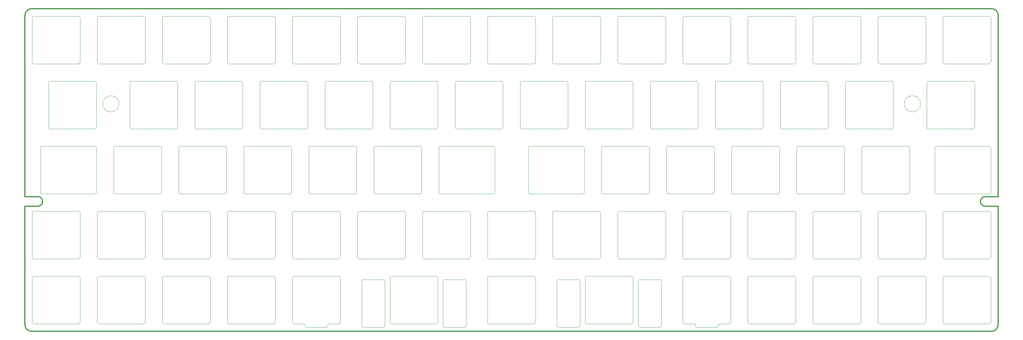
<source format=gbr>
%TF.GenerationSoftware,KiCad,Pcbnew,7.0.10*%
%TF.CreationDate,2024-02-12T08:35:37+01:00*%
%TF.ProjectId,katana60-pro-plate,6b617461-6e61-4363-902d-70726f2d706c,rev?*%
%TF.SameCoordinates,Original*%
%TF.FileFunction,Profile,NP*%
%FSLAX46Y46*%
G04 Gerber Fmt 4.6, Leading zero omitted, Abs format (unit mm)*
G04 Created by KiCad (PCBNEW 7.0.10) date 2024-02-12 08:35:37*
%MOMM*%
%LPD*%
G01*
G04 APERTURE LIST*
%TA.AperFunction,Profile*%
%ADD10C,0.100000*%
%TD*%
%TA.AperFunction,Profile*%
%ADD11C,0.050000*%
%TD*%
%TA.AperFunction,Profile*%
%ADD12C,0.300000*%
%TD*%
G04 APERTURE END LIST*
D10*
X89050000Y-102043750D02*
G75*
G03*
X89050000Y-97281250I0J2381250D01*
G01*
X323781250Y-97281250D02*
G75*
G03*
X323781250Y-102043750I50J-2381250D01*
G01*
X89050000Y-97281250D02*
G75*
G03*
X89050000Y-102043750I0J-2381250D01*
G01*
X323781250Y-102043750D02*
G75*
G03*
X323781250Y-97281250I50J2381250D01*
G01*
D11*
%TO.C,MX45*%
X346725000Y-112562500D02*
X346725000Y-125562500D01*
X346225000Y-126062500D02*
X330843750Y-126062500D01*
X330843750Y-112062500D02*
X346225000Y-112062500D01*
X330343750Y-125562500D02*
X330343750Y-112562500D01*
X346725000Y-112562500D02*
G75*
G03*
X346225000Y-112062500I-500001J-1D01*
G01*
X346222236Y-126061384D02*
G75*
G03*
X346722236Y-125561384I-1J500001D01*
G01*
X330843750Y-112062500D02*
G75*
G03*
X330343750Y-112562500I0J-500000D01*
G01*
X330343750Y-125562500D02*
G75*
G03*
X330843750Y-126062500I500000J0D01*
G01*
%TO.C,MX31*%
X84787500Y-112562500D02*
X84787500Y-125562500D01*
X84287500Y-126062500D02*
X68906250Y-126062500D01*
X68906250Y-112062500D02*
X84287500Y-112062500D01*
X68406250Y-125562500D02*
X68406250Y-112562500D01*
X84787500Y-112562500D02*
G75*
G03*
X84287500Y-112062500I-500001J-1D01*
G01*
X84284736Y-126061384D02*
G75*
G03*
X84784736Y-125561384I-1J500001D01*
G01*
X68906250Y-112062500D02*
G75*
G03*
X68406250Y-112562500I0J-500000D01*
G01*
X68406250Y-125562500D02*
G75*
G03*
X68906250Y-126062500I500000J0D01*
G01*
%TO.C,MX39_2*%
X227662500Y-112562500D02*
X227662500Y-125562500D01*
X227162500Y-126062500D02*
X211781250Y-126062500D01*
X211781250Y-112062500D02*
X227162500Y-112062500D01*
X211281250Y-125562500D02*
X211281250Y-112562500D01*
X227662500Y-112562500D02*
G75*
G03*
X227162500Y-112062500I-500001J-1D01*
G01*
X227159736Y-126061384D02*
G75*
G03*
X227659736Y-125561384I-1J500001D01*
G01*
X211781250Y-112062500D02*
G75*
G03*
X211281250Y-112562500I0J-500000D01*
G01*
X211281250Y-125562500D02*
G75*
G03*
X211781250Y-126062500I500000J0D01*
G01*
%TO.C,MX37_2*%
X185087500Y-125562500D02*
X185087500Y-112562500D01*
X185587500Y-112062500D02*
X200968750Y-112062500D01*
X200968750Y-126062500D02*
X185587500Y-126062500D01*
X201468750Y-112562500D02*
X201468750Y-125562500D01*
X185087500Y-125562500D02*
G75*
G03*
X185587500Y-126062500I500001J1D01*
G01*
X185590264Y-112063616D02*
G75*
G03*
X185090264Y-112563616I1J-500001D01*
G01*
X200968750Y-126062500D02*
G75*
G03*
X201468750Y-125562500I0J500000D01*
G01*
X201468750Y-112562500D02*
G75*
G03*
X200968750Y-112062500I-500000J0D01*
G01*
%TO.C,S3*%
X142225000Y-150662500D02*
X142225000Y-163662500D01*
X142727764Y-164161384D02*
X145850000Y-164162500D01*
X145850000Y-164162500D02*
X145850000Y-164662501D01*
X146350000Y-165162501D02*
X152100000Y-165162501D01*
X152600000Y-164162500D02*
X152600000Y-164662501D01*
X152600000Y-164162500D02*
X155725000Y-164162500D01*
X155725000Y-150162500D02*
X142725000Y-150162500D01*
X156225000Y-163662500D02*
X156225000Y-150662500D01*
X199375000Y-150662500D02*
X199375000Y-163662500D01*
X199875000Y-164162500D02*
X212875000Y-164162500D01*
X212875000Y-150162500D02*
X199875000Y-150162500D01*
X213375000Y-163662500D02*
X213375000Y-150662500D01*
X256525000Y-150662500D02*
X256525000Y-163662500D01*
X257027764Y-164161384D02*
X260150605Y-164162500D01*
X260150605Y-164162500D02*
X260150605Y-164662501D01*
X260650605Y-165162501D02*
X266400605Y-165162501D01*
X266899394Y-164162500D02*
X266900605Y-164662501D01*
X266899394Y-164162500D02*
X270025000Y-164162500D01*
X270025000Y-150162500D02*
X257025000Y-150162500D01*
X270525000Y-163662500D02*
X270525000Y-150662500D01*
X142725000Y-150162500D02*
G75*
G03*
X142225000Y-150662500I1J-500001D01*
G01*
X142227764Y-163661384D02*
G75*
G03*
X142727764Y-164161384I500001J1D01*
G01*
X145850000Y-164662501D02*
G75*
G03*
X146350000Y-165162501I500001J1D01*
G01*
X152100000Y-165162501D02*
G75*
G03*
X152600000Y-164662501I-1J500001D01*
G01*
X156225000Y-150662500D02*
G75*
G03*
X155725000Y-150162500I-500001J-1D01*
G01*
X155725000Y-164162500D02*
G75*
G03*
X156225000Y-163662500I-1J500001D01*
G01*
X199875000Y-150162500D02*
G75*
G03*
X199375000Y-150662500I1J-500001D01*
G01*
X199377764Y-163661384D02*
G75*
G03*
X199877764Y-164161384I500001J1D01*
G01*
X213375000Y-150662500D02*
G75*
G03*
X212875000Y-150162500I-500000J0D01*
G01*
X212875000Y-164162500D02*
G75*
G03*
X213375000Y-163662500I0J500000D01*
G01*
X257025000Y-150162500D02*
G75*
G03*
X256525000Y-150662500I0J-500000D01*
G01*
X256527816Y-163661384D02*
G75*
G03*
X257027764Y-164161384I499984J-16D01*
G01*
X260150599Y-164662501D02*
G75*
G03*
X260650605Y-165162501I500001J1D01*
G01*
X266400605Y-165162505D02*
G75*
G03*
X266900605Y-164662501I-5J500005D01*
G01*
X270525000Y-150662500D02*
G75*
G03*
X270025000Y-150162500I-500000J0D01*
G01*
X270025000Y-164162500D02*
G75*
G03*
X270525000Y-163662500I0J500000D01*
G01*
%TO.C,S2*%
X219668750Y-151662501D02*
X219668750Y-164662501D01*
X220168750Y-151162501D02*
X225918750Y-151162501D01*
X220168750Y-165162501D02*
X225918750Y-165162501D01*
X226418750Y-151662501D02*
X226418750Y-164662501D01*
X227950000Y-150662500D02*
X227950000Y-163662500D01*
X228450000Y-164162500D02*
X241450000Y-164162500D01*
X241450000Y-150162500D02*
X228450000Y-150162500D01*
X241950000Y-163662500D02*
X241950000Y-150662500D01*
X243481250Y-151662501D02*
X243481250Y-164662501D01*
X243981250Y-151162501D02*
X249730039Y-151162501D01*
X243981250Y-165162501D02*
X249731250Y-165162501D01*
X250230039Y-151662501D02*
X250231250Y-164662501D01*
X220168750Y-151162501D02*
G75*
G03*
X219668750Y-151662501I1J-500001D01*
G01*
X219668750Y-164662501D02*
G75*
G03*
X220168750Y-165162501I500001J1D01*
G01*
X226418750Y-151662501D02*
G75*
G03*
X225918750Y-151162501I-500001J-1D01*
G01*
X225918750Y-165162501D02*
G75*
G03*
X226418750Y-164662501I-1J500001D01*
G01*
X228450000Y-150162500D02*
G75*
G03*
X227950000Y-150662500I1J-500001D01*
G01*
X227952764Y-163661384D02*
G75*
G03*
X228452764Y-164161384I500001J1D01*
G01*
X241950000Y-150662500D02*
G75*
G03*
X241450000Y-150162500I-500000J0D01*
G01*
X241450000Y-164162500D02*
G75*
G03*
X241950000Y-163662500I0J500000D01*
G01*
X243981250Y-151162450D02*
G75*
G03*
X243481250Y-151662501I50J-500050D01*
G01*
X243481299Y-164662501D02*
G75*
G03*
X243981250Y-165162501I500001J1D01*
G01*
X250229999Y-151662501D02*
G75*
G03*
X249730039Y-151162501I-499999J1D01*
G01*
X249731250Y-165162550D02*
G75*
G03*
X250231250Y-164662501I-50J500050D01*
G01*
%TO.C,S1*%
X162518750Y-151662501D02*
X162518750Y-164662501D01*
X163018750Y-151162501D02*
X168768750Y-151162501D01*
X163018750Y-165162501D02*
X168768750Y-165162501D01*
X169268750Y-151662501D02*
X169268750Y-164662501D01*
X170800000Y-150662500D02*
X170800000Y-163662500D01*
X171300000Y-164162500D02*
X184300000Y-164162500D01*
X184300000Y-150162500D02*
X171300000Y-150162500D01*
X184800000Y-163662500D02*
X184800000Y-150662500D01*
X186331250Y-151662501D02*
X186331250Y-164662501D01*
X186831250Y-151162501D02*
X192580039Y-151162501D01*
X186831250Y-165162501D02*
X192581250Y-165162501D01*
X193080039Y-151662501D02*
X193081250Y-164662501D01*
X163018750Y-151162501D02*
G75*
G03*
X162518750Y-151662501I1J-500001D01*
G01*
X162518750Y-164662501D02*
G75*
G03*
X163018750Y-165162501I500001J1D01*
G01*
X169268750Y-151662501D02*
G75*
G03*
X168768750Y-151162501I-500001J-1D01*
G01*
X168768750Y-165162501D02*
G75*
G03*
X169268750Y-164662501I-1J500001D01*
G01*
X171300000Y-150162500D02*
G75*
G03*
X170800000Y-150662500I1J-500001D01*
G01*
X170802764Y-163661384D02*
G75*
G03*
X171302764Y-164161384I500001J1D01*
G01*
X184800000Y-150662500D02*
G75*
G03*
X184300000Y-150162500I-500000J0D01*
G01*
X184300000Y-164162500D02*
G75*
G03*
X184800000Y-163662500I0J500000D01*
G01*
X186831250Y-151162450D02*
G75*
G03*
X186331250Y-151662501I50J-500050D01*
G01*
X186331299Y-164662501D02*
G75*
G03*
X186831250Y-165162501I500001J1D01*
G01*
X193079999Y-151662501D02*
G75*
G03*
X192580039Y-151162501I-499999J1D01*
G01*
X192581250Y-165162550D02*
G75*
G03*
X193081250Y-164662501I-50J500050D01*
G01*
D12*
%TO.C,REF\u002A\u002A*%
X63875000Y-126862500D02*
X63875000Y-73762500D01*
X63875000Y-129662500D02*
X67675000Y-129662500D01*
X63875000Y-164362500D02*
X63875000Y-129662500D01*
X65875000Y-71762500D02*
X77525000Y-71762500D01*
X65875000Y-166362500D02*
X346875000Y-166362500D01*
X67675000Y-126862500D02*
X63875000Y-126862500D01*
X345075000Y-126862500D02*
X348875000Y-126862500D01*
X345075000Y-129662500D02*
X348875000Y-129662500D01*
X346875000Y-71762500D02*
X77525000Y-71762500D01*
X348875000Y-126862500D02*
X348875000Y-73762500D01*
X348875000Y-129662500D02*
X348875000Y-164362500D01*
X65875000Y-71762500D02*
G75*
G03*
X63875000Y-73762500I-1J-1999999D01*
G01*
X63875000Y-164362500D02*
G75*
G03*
X65875000Y-166362500I1999999J-1D01*
G01*
X69075000Y-128262500D02*
G75*
G03*
X67675000Y-126862500I-1400002J-2D01*
G01*
X67675000Y-129662500D02*
G75*
G03*
X69075000Y-128262500I-2J1400002D01*
G01*
X345075000Y-126862500D02*
G75*
G03*
X343675000Y-128262500I0J-1400000D01*
G01*
X343675000Y-128262500D02*
G75*
G03*
X345075000Y-129662500I1400000J0D01*
G01*
X348875000Y-73762500D02*
G75*
G03*
X346875000Y-71762500I-2000000J0D01*
G01*
X346875000Y-166362500D02*
G75*
G03*
X348875000Y-164362500I0J2000000D01*
G01*
D11*
%TO.C,MX56*%
X270525000Y-131612500D02*
X270525000Y-144612500D01*
X270025000Y-145112500D02*
X257025000Y-145112500D01*
X257025000Y-131112500D02*
X270025000Y-131112500D01*
X256525000Y-144612500D02*
X256525000Y-131612500D01*
X270022236Y-145111384D02*
G75*
G03*
X270522236Y-144611384I-1J500001D01*
G01*
X270525000Y-131612500D02*
G75*
G03*
X270025000Y-131112500I-500001J-1D01*
G01*
X256525000Y-144612500D02*
G75*
G03*
X257025000Y-145112500I500000J0D01*
G01*
X257025000Y-131112500D02*
G75*
G03*
X256525000Y-131612500I0J-500000D01*
G01*
%TO.C,MX73*%
X308625000Y-150662500D02*
X308625000Y-163662500D01*
X308125000Y-164162500D02*
X295125000Y-164162500D01*
X295125000Y-150162500D02*
X308125000Y-150162500D01*
X294625000Y-163662500D02*
X294625000Y-150662500D01*
X308122236Y-164161384D02*
G75*
G03*
X308622236Y-163661384I-1J500001D01*
G01*
X308625000Y-150662500D02*
G75*
G03*
X308125000Y-150162500I-500001J-1D01*
G01*
X294625000Y-163662500D02*
G75*
G03*
X295125000Y-164162500I500000J0D01*
G01*
X295125000Y-150162500D02*
G75*
G03*
X294625000Y-150662500I0J-500000D01*
G01*
%TO.C,MX19*%
X146700000Y-93512500D02*
X146700000Y-106512500D01*
X146200000Y-107012500D02*
X133200000Y-107012500D01*
X133200000Y-93012500D02*
X146200000Y-93012500D01*
X132700000Y-106512500D02*
X132700000Y-93512500D01*
X146197236Y-107011384D02*
G75*
G03*
X146697236Y-106511384I-1J500001D01*
G01*
X146700000Y-93512500D02*
G75*
G03*
X146200000Y-93012500I-500001J-1D01*
G01*
X132700000Y-106512500D02*
G75*
G03*
X133200000Y-107012500I500000J0D01*
G01*
X133200000Y-93012500D02*
G75*
G03*
X132700000Y-93512500I0J-500000D01*
G01*
%TO.C,MX5*%
X156225000Y-74462500D02*
X156225000Y-87462500D01*
X155725000Y-87962500D02*
X142725000Y-87962500D01*
X142725000Y-73962500D02*
X155725000Y-73962500D01*
X142225000Y-87462500D02*
X142225000Y-74462500D01*
X155722236Y-87961384D02*
G75*
G03*
X156222236Y-87461384I-1J500001D01*
G01*
X156225000Y-74462500D02*
G75*
G03*
X155725000Y-73962500I-500001J-1D01*
G01*
X142225000Y-87462500D02*
G75*
G03*
X142725000Y-87962500I500000J0D01*
G01*
X142725000Y-73962500D02*
G75*
G03*
X142225000Y-74462500I0J-500000D01*
G01*
%TO.C,MX16*%
X84787500Y-93512500D02*
X84787500Y-106512500D01*
X84287500Y-107012500D02*
X71287500Y-107012500D01*
X71287500Y-93012500D02*
X84287500Y-93012500D01*
X70787500Y-106512500D02*
X70787500Y-93512500D01*
X84284736Y-107011384D02*
G75*
G03*
X84784736Y-106511384I-1J500001D01*
G01*
X84787500Y-93512500D02*
G75*
G03*
X84287500Y-93012500I-500001J-1D01*
G01*
X70787500Y-106512500D02*
G75*
G03*
X71287500Y-107012500I500000J0D01*
G01*
X71287500Y-93012500D02*
G75*
G03*
X70787500Y-93512500I0J-500000D01*
G01*
%TO.C,MX51*%
X175275000Y-131612500D02*
X175275000Y-144612500D01*
X174775000Y-145112500D02*
X161775000Y-145112500D01*
X161775000Y-131112500D02*
X174775000Y-131112500D01*
X161275000Y-144612500D02*
X161275000Y-131612500D01*
X174772236Y-145111384D02*
G75*
G03*
X175272236Y-144611384I-1J500001D01*
G01*
X175275000Y-131612500D02*
G75*
G03*
X174775000Y-131112500I-500001J-1D01*
G01*
X161275000Y-144612500D02*
G75*
G03*
X161775000Y-145112500I500000J0D01*
G01*
X161775000Y-131112500D02*
G75*
G03*
X161275000Y-131612500I0J-500000D01*
G01*
%TO.C,MX40*%
X246712500Y-112562500D02*
X246712500Y-125562500D01*
X246212500Y-126062500D02*
X233212500Y-126062500D01*
X233212500Y-112062500D02*
X246212500Y-112062500D01*
X232712500Y-125562500D02*
X232712500Y-112562500D01*
X246209736Y-126061384D02*
G75*
G03*
X246709736Y-125561384I-1J500001D01*
G01*
X246712500Y-112562500D02*
G75*
G03*
X246212500Y-112062500I-500001J-1D01*
G01*
X232712500Y-125562500D02*
G75*
G03*
X233212500Y-126062500I500000J0D01*
G01*
X233212500Y-112062500D02*
G75*
G03*
X232712500Y-112562500I0J-500000D01*
G01*
%TO.C,MX8*%
X213375000Y-74462500D02*
X213375000Y-87462500D01*
X212875000Y-87962500D02*
X199875000Y-87962500D01*
X199875000Y-73962500D02*
X212875000Y-73962500D01*
X199375000Y-87462500D02*
X199375000Y-74462500D01*
X212872236Y-87961384D02*
G75*
G03*
X213372236Y-87461384I-1J500001D01*
G01*
X213375000Y-74462500D02*
G75*
G03*
X212875000Y-73962500I-500001J-1D01*
G01*
X199375000Y-87462500D02*
G75*
G03*
X199875000Y-87962500I500000J0D01*
G01*
X199875000Y-73962500D02*
G75*
G03*
X199375000Y-74462500I0J-500000D01*
G01*
%TO.C,MX7*%
X194325000Y-74462500D02*
X194325000Y-87462500D01*
X193825000Y-87962500D02*
X180825000Y-87962500D01*
X180825000Y-73962500D02*
X193825000Y-73962500D01*
X180325000Y-87462500D02*
X180325000Y-74462500D01*
X193822236Y-87961384D02*
G75*
G03*
X194322236Y-87461384I-1J500001D01*
G01*
X194325000Y-74462500D02*
G75*
G03*
X193825000Y-73962500I-500001J-1D01*
G01*
X180325000Y-87462500D02*
G75*
G03*
X180825000Y-87962500I500000J0D01*
G01*
X180825000Y-73962500D02*
G75*
G03*
X180325000Y-74462500I0J-500000D01*
G01*
%TO.C,MX26*%
X261000000Y-93512500D02*
X261000000Y-106512500D01*
X260500000Y-107012500D02*
X247500000Y-107012500D01*
X247500000Y-93012500D02*
X260500000Y-93012500D01*
X247000000Y-106512500D02*
X247000000Y-93512500D01*
X260497236Y-107011384D02*
G75*
G03*
X260997236Y-106511384I-1J500001D01*
G01*
X261000000Y-93512500D02*
G75*
G03*
X260500000Y-93012500I-500001J-1D01*
G01*
X247000000Y-106512500D02*
G75*
G03*
X247500000Y-107012500I500000J0D01*
G01*
X247500000Y-93012500D02*
G75*
G03*
X247000000Y-93512500I0J-500000D01*
G01*
%TO.C,MX41*%
X265762500Y-112562500D02*
X265762500Y-125562500D01*
X265262500Y-126062500D02*
X252262500Y-126062500D01*
X252262500Y-112062500D02*
X265262500Y-112062500D01*
X251762500Y-125562500D02*
X251762500Y-112562500D01*
X265259736Y-126061384D02*
G75*
G03*
X265759736Y-125561384I-1J500001D01*
G01*
X265762500Y-112562500D02*
G75*
G03*
X265262500Y-112062500I-500001J-1D01*
G01*
X251762500Y-125562500D02*
G75*
G03*
X252262500Y-126062500I500000J0D01*
G01*
X252262500Y-112062500D02*
G75*
G03*
X251762500Y-112562500I0J-500000D01*
G01*
%TO.C,MX48*%
X118125000Y-131612500D02*
X118125000Y-144612500D01*
X117625000Y-145112500D02*
X104625000Y-145112500D01*
X104625000Y-131112500D02*
X117625000Y-131112500D01*
X104125000Y-144612500D02*
X104125000Y-131612500D01*
X117622236Y-145111384D02*
G75*
G03*
X118122236Y-144611384I-1J500001D01*
G01*
X118125000Y-131612500D02*
G75*
G03*
X117625000Y-131112500I-500001J-1D01*
G01*
X104125000Y-144612500D02*
G75*
G03*
X104625000Y-145112500I500000J0D01*
G01*
X104625000Y-131112500D02*
G75*
G03*
X104125000Y-131612500I0J-500000D01*
G01*
%TO.C,MX22*%
X203850000Y-93512500D02*
X203850000Y-106512500D01*
X203350000Y-107012500D02*
X190350000Y-107012500D01*
X190350000Y-93012500D02*
X203350000Y-93012500D01*
X189850000Y-106512500D02*
X189850000Y-93512500D01*
X203347236Y-107011384D02*
G75*
G03*
X203847236Y-106511384I-1J500001D01*
G01*
X203850000Y-93512500D02*
G75*
G03*
X203350000Y-93012500I-500001J-1D01*
G01*
X189850000Y-106512500D02*
G75*
G03*
X190350000Y-107012500I500000J0D01*
G01*
X190350000Y-93012500D02*
G75*
G03*
X189850000Y-93512500I0J-500000D01*
G01*
%TO.C,MX35*%
X160987500Y-112562500D02*
X160987500Y-125562500D01*
X160487500Y-126062500D02*
X147487500Y-126062500D01*
X147487500Y-112062500D02*
X160487500Y-112062500D01*
X146987500Y-125562500D02*
X146987500Y-112562500D01*
X160484736Y-126061384D02*
G75*
G03*
X160984736Y-125561384I-1J500001D01*
G01*
X160987500Y-112562500D02*
G75*
G03*
X160487500Y-112062500I-500001J-1D01*
G01*
X146987500Y-125562500D02*
G75*
G03*
X147487500Y-126062500I500000J0D01*
G01*
X147487500Y-112062500D02*
G75*
G03*
X146987500Y-112562500I0J-500000D01*
G01*
%TO.C,MX32*%
X103837500Y-112562500D02*
X103837500Y-125562500D01*
X103337500Y-126062500D02*
X90337500Y-126062500D01*
X90337500Y-112062500D02*
X103337500Y-112062500D01*
X89837500Y-125562500D02*
X89837500Y-112562500D01*
X103334736Y-126061384D02*
G75*
G03*
X103834736Y-125561384I-1J500001D01*
G01*
X103837500Y-112562500D02*
G75*
G03*
X103337500Y-112062500I-500001J-1D01*
G01*
X89837500Y-125562500D02*
G75*
G03*
X90337500Y-126062500I500000J0D01*
G01*
X90337500Y-112062500D02*
G75*
G03*
X89837500Y-112562500I0J-500000D01*
G01*
%TO.C,MX2*%
X85075000Y-87462500D02*
X85075000Y-74462500D01*
X85575000Y-73962500D02*
X98575000Y-73962500D01*
X98575000Y-87962500D02*
X85575000Y-87962500D01*
X99075000Y-74462500D02*
X99075000Y-87462500D01*
X85577764Y-73963616D02*
G75*
G03*
X85077764Y-74463616I1J-500001D01*
G01*
X85075000Y-87462500D02*
G75*
G03*
X85575000Y-87962500I500001J1D01*
G01*
X99075000Y-74462500D02*
G75*
G03*
X98575000Y-73962500I-500000J0D01*
G01*
X98575000Y-87962500D02*
G75*
G03*
X99075000Y-87462500I0J500000D01*
G01*
%TO.C,MX14*%
X327675000Y-74462500D02*
X327675000Y-87462500D01*
X327175000Y-87962500D02*
X314175000Y-87962500D01*
X314175000Y-73962500D02*
X327175000Y-73962500D01*
X313675000Y-87462500D02*
X313675000Y-74462500D01*
X327172236Y-87961384D02*
G75*
G03*
X327672236Y-87461384I-1J500001D01*
G01*
X327675000Y-74462500D02*
G75*
G03*
X327175000Y-73962500I-500001J-1D01*
G01*
X313675000Y-87462500D02*
G75*
G03*
X314175000Y-87962500I500000J0D01*
G01*
X314175000Y-73962500D02*
G75*
G03*
X313675000Y-74462500I0J-500000D01*
G01*
%TO.C,MX54*%
X232425000Y-131612500D02*
X232425000Y-144612500D01*
X231925000Y-145112500D02*
X218925000Y-145112500D01*
X218925000Y-131112500D02*
X231925000Y-131112500D01*
X218425000Y-144612500D02*
X218425000Y-131612500D01*
X231922236Y-145111384D02*
G75*
G03*
X232422236Y-144611384I-1J500001D01*
G01*
X232425000Y-131612500D02*
G75*
G03*
X231925000Y-131112500I-500001J-1D01*
G01*
X218425000Y-144612500D02*
G75*
G03*
X218925000Y-145112500I500000J0D01*
G01*
X218925000Y-131112500D02*
G75*
G03*
X218425000Y-131612500I0J-500000D01*
G01*
%TO.C,MX10*%
X251475000Y-74462500D02*
X251475000Y-87462500D01*
X250975000Y-87962500D02*
X237975000Y-87962500D01*
X237975000Y-73962500D02*
X250975000Y-73962500D01*
X237475000Y-87462500D02*
X237475000Y-74462500D01*
X250972236Y-87961384D02*
G75*
G03*
X251472236Y-87461384I-1J500001D01*
G01*
X251475000Y-74462500D02*
G75*
G03*
X250975000Y-73962500I-500001J-1D01*
G01*
X237475000Y-87462500D02*
G75*
G03*
X237975000Y-87962500I500000J0D01*
G01*
X237975000Y-73962500D02*
G75*
G03*
X237475000Y-74462500I0J-500000D01*
G01*
%TO.C,MX20*%
X165750000Y-93512500D02*
X165750000Y-106512500D01*
X165250000Y-107012500D02*
X152250000Y-107012500D01*
X152250000Y-93012500D02*
X165250000Y-93012500D01*
X151750000Y-106512500D02*
X151750000Y-93512500D01*
X165247236Y-107011384D02*
G75*
G03*
X165747236Y-106511384I-1J500001D01*
G01*
X165750000Y-93512500D02*
G75*
G03*
X165250000Y-93012500I-500001J-1D01*
G01*
X151750000Y-106512500D02*
G75*
G03*
X152250000Y-107012500I500000J0D01*
G01*
X152250000Y-93012500D02*
G75*
G03*
X151750000Y-93512500I0J-500000D01*
G01*
%TO.C,MX42*%
X284812500Y-112562500D02*
X284812500Y-125562500D01*
X284312500Y-126062500D02*
X271312500Y-126062500D01*
X271312500Y-112062500D02*
X284312500Y-112062500D01*
X270812500Y-125562500D02*
X270812500Y-112562500D01*
X284309736Y-126061384D02*
G75*
G03*
X284809736Y-125561384I-1J500001D01*
G01*
X284812500Y-112562500D02*
G75*
G03*
X284312500Y-112062500I-500001J-1D01*
G01*
X270812500Y-125562500D02*
G75*
G03*
X271312500Y-126062500I500000J0D01*
G01*
X271312500Y-112062500D02*
G75*
G03*
X270812500Y-112562500I0J-500000D01*
G01*
%TO.C,MX24*%
X222900000Y-93512500D02*
X222900000Y-106512500D01*
X222400000Y-107012500D02*
X209400000Y-107012500D01*
X209400000Y-93012500D02*
X222400000Y-93012500D01*
X208900000Y-106512500D02*
X208900000Y-93512500D01*
X222397236Y-107011384D02*
G75*
G03*
X222897236Y-106511384I-1J500001D01*
G01*
X222900000Y-93512500D02*
G75*
G03*
X222400000Y-93012500I-500001J-1D01*
G01*
X208900000Y-106512500D02*
G75*
G03*
X209400000Y-107012500I500000J0D01*
G01*
X209400000Y-93012500D02*
G75*
G03*
X208900000Y-93512500I0J-500000D01*
G01*
%TO.C,MX12*%
X289575000Y-74462500D02*
X289575000Y-87462500D01*
X289075000Y-87962500D02*
X276075000Y-87962500D01*
X276075000Y-73962500D02*
X289075000Y-73962500D01*
X275575000Y-87462500D02*
X275575000Y-74462500D01*
X289072236Y-87961384D02*
G75*
G03*
X289572236Y-87461384I-1J500001D01*
G01*
X289575000Y-74462500D02*
G75*
G03*
X289075000Y-73962500I-500001J-1D01*
G01*
X275575000Y-87462500D02*
G75*
G03*
X276075000Y-87962500I500000J0D01*
G01*
X276075000Y-73962500D02*
G75*
G03*
X275575000Y-74462500I0J-500000D01*
G01*
%TO.C,MX46*%
X80025000Y-131612500D02*
X80025000Y-144612500D01*
X79525000Y-145112500D02*
X66525000Y-145112500D01*
X66525000Y-131112500D02*
X79525000Y-131112500D01*
X66025000Y-144612500D02*
X66025000Y-131612500D01*
X79522236Y-145111384D02*
G75*
G03*
X80022236Y-144611384I-1J500001D01*
G01*
X80025000Y-131612500D02*
G75*
G03*
X79525000Y-131112500I-500001J-1D01*
G01*
X66025000Y-144612500D02*
G75*
G03*
X66525000Y-145112500I500000J0D01*
G01*
X66525000Y-131112500D02*
G75*
G03*
X66025000Y-131612500I0J-500000D01*
G01*
%TO.C,MX15*%
X346725000Y-74462500D02*
X346725000Y-87462500D01*
X346225000Y-87962500D02*
X333225000Y-87962500D01*
X333225000Y-73962500D02*
X346225000Y-73962500D01*
X332725000Y-87462500D02*
X332725000Y-74462500D01*
X346222236Y-87961384D02*
G75*
G03*
X346722236Y-87461384I-1J500001D01*
G01*
X346725000Y-74462500D02*
G75*
G03*
X346225000Y-73962500I-500001J-1D01*
G01*
X332725000Y-87462500D02*
G75*
G03*
X333225000Y-87962500I500000J0D01*
G01*
X333225000Y-73962500D02*
G75*
G03*
X332725000Y-74462500I0J-500000D01*
G01*
%TO.C,MX50*%
X156225000Y-131612500D02*
X156225000Y-144612500D01*
X155725000Y-145112500D02*
X142725000Y-145112500D01*
X142725000Y-131112500D02*
X155725000Y-131112500D01*
X142225000Y-144612500D02*
X142225000Y-131612500D01*
X155722236Y-145111384D02*
G75*
G03*
X156222236Y-144611384I-1J500001D01*
G01*
X156225000Y-131612500D02*
G75*
G03*
X155725000Y-131112500I-500001J-1D01*
G01*
X142225000Y-144612500D02*
G75*
G03*
X142725000Y-145112500I500000J0D01*
G01*
X142725000Y-131112500D02*
G75*
G03*
X142225000Y-131612500I0J-500000D01*
G01*
%TO.C,MX1*%
X66025000Y-87462500D02*
X66025000Y-74462500D01*
X66525000Y-73962500D02*
X79525000Y-73962500D01*
X79525000Y-87962500D02*
X66525000Y-87962500D01*
X80025000Y-74462500D02*
X80025000Y-87462500D01*
X66527764Y-73963616D02*
G75*
G03*
X66027764Y-74463616I1J-500001D01*
G01*
X66025000Y-87462500D02*
G75*
G03*
X66525000Y-87962500I500001J1D01*
G01*
X80025000Y-74462500D02*
G75*
G03*
X79525000Y-73962500I-500000J0D01*
G01*
X79525000Y-87962500D02*
G75*
G03*
X80025000Y-87462500I0J500000D01*
G01*
%TO.C,MX29*%
X318150000Y-93512500D02*
X318150000Y-106512500D01*
X317650000Y-107012500D02*
X304650000Y-107012500D01*
X304650000Y-93012500D02*
X317650000Y-93012500D01*
X304150000Y-106512500D02*
X304150000Y-93512500D01*
X317647236Y-107011384D02*
G75*
G03*
X318147236Y-106511384I-1J500001D01*
G01*
X318150000Y-93512500D02*
G75*
G03*
X317650000Y-93012500I-500001J-1D01*
G01*
X304150000Y-106512500D02*
G75*
G03*
X304650000Y-107012500I500000J0D01*
G01*
X304650000Y-93012500D02*
G75*
G03*
X304150000Y-93512500I0J-500000D01*
G01*
%TO.C,MX57*%
X289575000Y-131612500D02*
X289575000Y-144612500D01*
X289075000Y-145112500D02*
X276075000Y-145112500D01*
X276075000Y-131112500D02*
X289075000Y-131112500D01*
X275575000Y-144612500D02*
X275575000Y-131612500D01*
X289072236Y-145111384D02*
G75*
G03*
X289572236Y-144611384I-1J500001D01*
G01*
X289575000Y-131612500D02*
G75*
G03*
X289075000Y-131112500I-500001J-1D01*
G01*
X275575000Y-144612500D02*
G75*
G03*
X276075000Y-145112500I500000J0D01*
G01*
X276075000Y-131112500D02*
G75*
G03*
X275575000Y-131612500I0J-500000D01*
G01*
%TO.C,MX18*%
X127650000Y-93512500D02*
X127650000Y-106512500D01*
X127150000Y-107012500D02*
X114150000Y-107012500D01*
X114150000Y-93012500D02*
X127150000Y-93012500D01*
X113650000Y-106512500D02*
X113650000Y-93512500D01*
X127147236Y-107011384D02*
G75*
G03*
X127647236Y-106511384I-1J500001D01*
G01*
X127650000Y-93512500D02*
G75*
G03*
X127150000Y-93012500I-500001J-1D01*
G01*
X113650000Y-106512500D02*
G75*
G03*
X114150000Y-107012500I500000J0D01*
G01*
X114150000Y-93012500D02*
G75*
G03*
X113650000Y-93512500I0J-500000D01*
G01*
%TO.C,MX44*%
X322912500Y-112562500D02*
X322912500Y-125562500D01*
X322412500Y-126062500D02*
X309412500Y-126062500D01*
X309412500Y-112062500D02*
X322412500Y-112062500D01*
X308912500Y-125562500D02*
X308912500Y-112562500D01*
X322409736Y-126061384D02*
G75*
G03*
X322909736Y-125561384I-1J500001D01*
G01*
X322912500Y-112562500D02*
G75*
G03*
X322412500Y-112062500I-500001J-1D01*
G01*
X308912500Y-125562500D02*
G75*
G03*
X309412500Y-126062500I500000J0D01*
G01*
X309412500Y-112062500D02*
G75*
G03*
X308912500Y-112562500I0J-500000D01*
G01*
%TO.C,MX21*%
X184800000Y-93512500D02*
X184800000Y-106512500D01*
X184300000Y-107012500D02*
X171300000Y-107012500D01*
X171300000Y-93012500D02*
X184300000Y-93012500D01*
X170800000Y-106512500D02*
X170800000Y-93512500D01*
X184297236Y-107011384D02*
G75*
G03*
X184797236Y-106511384I-1J500001D01*
G01*
X184800000Y-93512500D02*
G75*
G03*
X184300000Y-93012500I-500001J-1D01*
G01*
X170800000Y-106512500D02*
G75*
G03*
X171300000Y-107012500I500000J0D01*
G01*
X171300000Y-93012500D02*
G75*
G03*
X170800000Y-93512500I0J-500000D01*
G01*
%TO.C,MX59*%
X327675000Y-131612500D02*
X327675000Y-144612500D01*
X327175000Y-145112500D02*
X314175000Y-145112500D01*
X314175000Y-131112500D02*
X327175000Y-131112500D01*
X313675000Y-144612500D02*
X313675000Y-131612500D01*
X327172236Y-145111384D02*
G75*
G03*
X327672236Y-144611384I-1J500001D01*
G01*
X327675000Y-131612500D02*
G75*
G03*
X327175000Y-131112500I-500001J-1D01*
G01*
X313675000Y-144612500D02*
G75*
G03*
X314175000Y-145112500I500000J0D01*
G01*
X314175000Y-131112500D02*
G75*
G03*
X313675000Y-131612500I0J-500000D01*
G01*
%TO.C,MX43*%
X303862500Y-112562500D02*
X303862500Y-125562500D01*
X303362500Y-126062500D02*
X290362500Y-126062500D01*
X290362500Y-112062500D02*
X303362500Y-112062500D01*
X289862500Y-125562500D02*
X289862500Y-112562500D01*
X303359736Y-126061384D02*
G75*
G03*
X303859736Y-125561384I-1J500001D01*
G01*
X303862500Y-112562500D02*
G75*
G03*
X303362500Y-112062500I-500001J-1D01*
G01*
X289862500Y-125562500D02*
G75*
G03*
X290362500Y-126062500I500000J0D01*
G01*
X290362500Y-112062500D02*
G75*
G03*
X289862500Y-112562500I0J-500000D01*
G01*
%TO.C,MX75*%
X346725000Y-150662500D02*
X346725000Y-163662500D01*
X346225000Y-164162500D02*
X333225000Y-164162500D01*
X333225000Y-150162500D02*
X346225000Y-150162500D01*
X332725000Y-163662500D02*
X332725000Y-150662500D01*
X346222236Y-164161384D02*
G75*
G03*
X346722236Y-163661384I-1J500001D01*
G01*
X346725000Y-150662500D02*
G75*
G03*
X346225000Y-150162500I-500001J-1D01*
G01*
X332725000Y-163662500D02*
G75*
G03*
X333225000Y-164162500I500000J0D01*
G01*
X333225000Y-150162500D02*
G75*
G03*
X332725000Y-150662500I0J-500000D01*
G01*
%TO.C,MX36*%
X180037500Y-112562500D02*
X180037500Y-125562500D01*
X179537500Y-126062500D02*
X166537500Y-126062500D01*
X166537500Y-112062500D02*
X179537500Y-112062500D01*
X166037500Y-125562500D02*
X166037500Y-112562500D01*
X179534736Y-126061384D02*
G75*
G03*
X180034736Y-125561384I-1J500001D01*
G01*
X180037500Y-112562500D02*
G75*
G03*
X179537500Y-112062500I-500001J-1D01*
G01*
X166037500Y-125562500D02*
G75*
G03*
X166537500Y-126062500I500000J0D01*
G01*
X166537500Y-112062500D02*
G75*
G03*
X166037500Y-112562500I0J-500000D01*
G01*
%TO.C,MX11*%
X270525000Y-74462500D02*
X270525000Y-87462500D01*
X270025000Y-87962500D02*
X257025000Y-87962500D01*
X257025000Y-73962500D02*
X270025000Y-73962500D01*
X256525000Y-87462500D02*
X256525000Y-74462500D01*
X270022236Y-87961384D02*
G75*
G03*
X270522236Y-87461384I-1J500001D01*
G01*
X270525000Y-74462500D02*
G75*
G03*
X270025000Y-73962500I-500001J-1D01*
G01*
X256525000Y-87462500D02*
G75*
G03*
X257025000Y-87962500I500000J0D01*
G01*
X257025000Y-73962500D02*
G75*
G03*
X256525000Y-74462500I0J-500000D01*
G01*
%TO.C,MX61*%
X80025000Y-150662500D02*
X80025000Y-163662500D01*
X79525000Y-164162500D02*
X66525000Y-164162500D01*
X66525000Y-150162500D02*
X79525000Y-150162500D01*
X66025000Y-163662500D02*
X66025000Y-150662500D01*
X79522236Y-164161384D02*
G75*
G03*
X80022236Y-163661384I-1J500001D01*
G01*
X80025000Y-150662500D02*
G75*
G03*
X79525000Y-150162500I-500001J-1D01*
G01*
X66025000Y-163662500D02*
G75*
G03*
X66525000Y-164162500I500000J0D01*
G01*
X66525000Y-150162500D02*
G75*
G03*
X66025000Y-150662500I0J-500000D01*
G01*
%TO.C,MX27*%
X280050000Y-93512500D02*
X280050000Y-106512500D01*
X279550000Y-107012500D02*
X266550000Y-107012500D01*
X266550000Y-93012500D02*
X279550000Y-93012500D01*
X266050000Y-106512500D02*
X266050000Y-93512500D01*
X279547236Y-107011384D02*
G75*
G03*
X280047236Y-106511384I-1J500001D01*
G01*
X280050000Y-93512500D02*
G75*
G03*
X279550000Y-93012500I-500001J-1D01*
G01*
X266050000Y-106512500D02*
G75*
G03*
X266550000Y-107012500I500000J0D01*
G01*
X266550000Y-93012500D02*
G75*
G03*
X266050000Y-93512500I0J-500000D01*
G01*
%TO.C,MX47*%
X99075000Y-131612500D02*
X99075000Y-144612500D01*
X98575000Y-145112500D02*
X85575000Y-145112500D01*
X85575000Y-131112500D02*
X98575000Y-131112500D01*
X85075000Y-144612500D02*
X85075000Y-131612500D01*
X98572236Y-145111384D02*
G75*
G03*
X99072236Y-144611384I-1J500001D01*
G01*
X99075000Y-131612500D02*
G75*
G03*
X98575000Y-131112500I-500001J-1D01*
G01*
X85075000Y-144612500D02*
G75*
G03*
X85575000Y-145112500I500000J0D01*
G01*
X85575000Y-131112500D02*
G75*
G03*
X85075000Y-131612500I0J-500000D01*
G01*
%TO.C,MX3*%
X118125000Y-74462500D02*
X118125000Y-87462500D01*
X117625000Y-87962500D02*
X104625000Y-87962500D01*
X104625000Y-73962500D02*
X117625000Y-73962500D01*
X104125000Y-87462500D02*
X104125000Y-74462500D01*
X117622236Y-87961384D02*
G75*
G03*
X118122236Y-87461384I-1J500001D01*
G01*
X118125000Y-74462500D02*
G75*
G03*
X117625000Y-73962500I-500001J-1D01*
G01*
X104125000Y-87462500D02*
G75*
G03*
X104625000Y-87962500I500000J0D01*
G01*
X104625000Y-73962500D02*
G75*
G03*
X104125000Y-74462500I0J-500000D01*
G01*
%TO.C,MX33*%
X122887500Y-112562500D02*
X122887500Y-125562500D01*
X122387500Y-126062500D02*
X109387500Y-126062500D01*
X109387500Y-112062500D02*
X122387500Y-112062500D01*
X108887500Y-125562500D02*
X108887500Y-112562500D01*
X122384736Y-126061384D02*
G75*
G03*
X122884736Y-125561384I-1J500001D01*
G01*
X122887500Y-112562500D02*
G75*
G03*
X122387500Y-112062500I-500001J-1D01*
G01*
X108887500Y-125562500D02*
G75*
G03*
X109387500Y-126062500I500000J0D01*
G01*
X109387500Y-112062500D02*
G75*
G03*
X108887500Y-112562500I0J-500000D01*
G01*
%TO.C,MX49*%
X137175000Y-131612500D02*
X137175000Y-144612500D01*
X136675000Y-145112500D02*
X123675000Y-145112500D01*
X123675000Y-131112500D02*
X136675000Y-131112500D01*
X123175000Y-144612500D02*
X123175000Y-131612500D01*
X136672236Y-145111384D02*
G75*
G03*
X137172236Y-144611384I-1J500001D01*
G01*
X137175000Y-131612500D02*
G75*
G03*
X136675000Y-131112500I-500001J-1D01*
G01*
X123175000Y-144612500D02*
G75*
G03*
X123675000Y-145112500I500000J0D01*
G01*
X123675000Y-131112500D02*
G75*
G03*
X123175000Y-131612500I0J-500000D01*
G01*
%TO.C,MX64*%
X137175000Y-150662500D02*
X137175000Y-163662500D01*
X136675000Y-164162500D02*
X123675000Y-164162500D01*
X123675000Y-150162500D02*
X136675000Y-150162500D01*
X123175000Y-163662500D02*
X123175000Y-150662500D01*
X136672236Y-164161384D02*
G75*
G03*
X137172236Y-163661384I-1J500001D01*
G01*
X137175000Y-150662500D02*
G75*
G03*
X136675000Y-150162500I-500001J-1D01*
G01*
X123175000Y-163662500D02*
G75*
G03*
X123675000Y-164162500I500000J0D01*
G01*
X123675000Y-150162500D02*
G75*
G03*
X123175000Y-150662500I0J-500000D01*
G01*
%TO.C,MX60*%
X346725000Y-131612500D02*
X346725000Y-144612500D01*
X346225000Y-145112500D02*
X333225000Y-145112500D01*
X333225000Y-131112500D02*
X346225000Y-131112500D01*
X332725000Y-144612500D02*
X332725000Y-131612500D01*
X346222236Y-145111384D02*
G75*
G03*
X346722236Y-144611384I-1J500001D01*
G01*
X346725000Y-131612500D02*
G75*
G03*
X346225000Y-131112500I-500001J-1D01*
G01*
X332725000Y-144612500D02*
G75*
G03*
X333225000Y-145112500I500000J0D01*
G01*
X333225000Y-131112500D02*
G75*
G03*
X332725000Y-131612500I0J-500000D01*
G01*
%TO.C,MX13*%
X308625000Y-74462500D02*
X308625000Y-87462500D01*
X308125000Y-87962500D02*
X295125000Y-87962500D01*
X295125000Y-73962500D02*
X308125000Y-73962500D01*
X294625000Y-87462500D02*
X294625000Y-74462500D01*
X308122236Y-87961384D02*
G75*
G03*
X308622236Y-87461384I-1J500001D01*
G01*
X308625000Y-74462500D02*
G75*
G03*
X308125000Y-73962500I-500001J-1D01*
G01*
X294625000Y-87462500D02*
G75*
G03*
X295125000Y-87962500I500000J0D01*
G01*
X295125000Y-73962500D02*
G75*
G03*
X294625000Y-74462500I0J-500000D01*
G01*
%TO.C,MX9*%
X232425000Y-74462500D02*
X232425000Y-87462500D01*
X231925000Y-87962500D02*
X218925000Y-87962500D01*
X218925000Y-73962500D02*
X231925000Y-73962500D01*
X218425000Y-87462500D02*
X218425000Y-74462500D01*
X231922236Y-87961384D02*
G75*
G03*
X232422236Y-87461384I-1J500001D01*
G01*
X232425000Y-74462500D02*
G75*
G03*
X231925000Y-73962500I-500001J-1D01*
G01*
X218425000Y-87462500D02*
G75*
G03*
X218925000Y-87962500I500000J0D01*
G01*
X218925000Y-73962500D02*
G75*
G03*
X218425000Y-74462500I0J-500000D01*
G01*
%TO.C,MX34*%
X141937500Y-112562500D02*
X141937500Y-125562500D01*
X141437500Y-126062500D02*
X128437500Y-126062500D01*
X128437500Y-112062500D02*
X141437500Y-112062500D01*
X127937500Y-125562500D02*
X127937500Y-112562500D01*
X141434736Y-126061384D02*
G75*
G03*
X141934736Y-125561384I-1J500001D01*
G01*
X141937500Y-112562500D02*
G75*
G03*
X141437500Y-112062500I-500001J-1D01*
G01*
X127937500Y-125562500D02*
G75*
G03*
X128437500Y-126062500I500000J0D01*
G01*
X128437500Y-112062500D02*
G75*
G03*
X127937500Y-112562500I0J-500000D01*
G01*
%TO.C,MX63*%
X118125000Y-150662500D02*
X118125000Y-163662500D01*
X117625000Y-164162500D02*
X104625000Y-164162500D01*
X104625000Y-150162500D02*
X117625000Y-150162500D01*
X104125000Y-163662500D02*
X104125000Y-150662500D01*
X117622236Y-164161384D02*
G75*
G03*
X118122236Y-163661384I-1J500001D01*
G01*
X118125000Y-150662500D02*
G75*
G03*
X117625000Y-150162500I-500001J-1D01*
G01*
X104125000Y-163662500D02*
G75*
G03*
X104625000Y-164162500I500000J0D01*
G01*
X104625000Y-150162500D02*
G75*
G03*
X104125000Y-150662500I0J-500000D01*
G01*
%TO.C,MX53*%
X213375000Y-131612500D02*
X213375000Y-144612500D01*
X212875000Y-145112500D02*
X199875000Y-145112500D01*
X199875000Y-131112500D02*
X212875000Y-131112500D01*
X199375000Y-144612500D02*
X199375000Y-131612500D01*
X212872236Y-145111384D02*
G75*
G03*
X213372236Y-144611384I-1J500001D01*
G01*
X213375000Y-131612500D02*
G75*
G03*
X212875000Y-131112500I-500001J-1D01*
G01*
X199375000Y-144612500D02*
G75*
G03*
X199875000Y-145112500I500000J0D01*
G01*
X199875000Y-131112500D02*
G75*
G03*
X199375000Y-131612500I0J-500000D01*
G01*
%TO.C,MX74*%
X327675000Y-150662500D02*
X327675000Y-163662500D01*
X327175000Y-164162500D02*
X314175000Y-164162500D01*
X314175000Y-150162500D02*
X327175000Y-150162500D01*
X313675000Y-163662500D02*
X313675000Y-150662500D01*
X327172236Y-164161384D02*
G75*
G03*
X327672236Y-163661384I-1J500001D01*
G01*
X327675000Y-150662500D02*
G75*
G03*
X327175000Y-150162500I-500001J-1D01*
G01*
X313675000Y-163662500D02*
G75*
G03*
X314175000Y-164162500I500000J0D01*
G01*
X314175000Y-150162500D02*
G75*
G03*
X313675000Y-150662500I0J-500000D01*
G01*
%TO.C,MX4*%
X137175000Y-74462500D02*
X137175000Y-87462500D01*
X136675000Y-87962500D02*
X123675000Y-87962500D01*
X123675000Y-73962500D02*
X136675000Y-73962500D01*
X123175000Y-87462500D02*
X123175000Y-74462500D01*
X136672236Y-87961384D02*
G75*
G03*
X137172236Y-87461384I-1J500001D01*
G01*
X137175000Y-74462500D02*
G75*
G03*
X136675000Y-73962500I-500001J-1D01*
G01*
X123175000Y-87462500D02*
G75*
G03*
X123675000Y-87962500I500000J0D01*
G01*
X123675000Y-73962500D02*
G75*
G03*
X123175000Y-74462500I0J-500000D01*
G01*
%TO.C,MX52*%
X194325000Y-131612500D02*
X194325000Y-144612500D01*
X193825000Y-145112500D02*
X180825000Y-145112500D01*
X180825000Y-131112500D02*
X193825000Y-131112500D01*
X180325000Y-144612500D02*
X180325000Y-131612500D01*
X193822236Y-145111384D02*
G75*
G03*
X194322236Y-144611384I-1J500001D01*
G01*
X194325000Y-131612500D02*
G75*
G03*
X193825000Y-131112500I-500001J-1D01*
G01*
X180325000Y-144612500D02*
G75*
G03*
X180825000Y-145112500I500000J0D01*
G01*
X180825000Y-131112500D02*
G75*
G03*
X180325000Y-131612500I0J-500000D01*
G01*
%TO.C,MX55*%
X251475000Y-131612500D02*
X251475000Y-144612500D01*
X250975000Y-145112500D02*
X237975000Y-145112500D01*
X237975000Y-131112500D02*
X250975000Y-131112500D01*
X237475000Y-144612500D02*
X237475000Y-131612500D01*
X250972236Y-145111384D02*
G75*
G03*
X251472236Y-144611384I-1J500001D01*
G01*
X251475000Y-131612500D02*
G75*
G03*
X250975000Y-131112500I-500001J-1D01*
G01*
X237475000Y-144612500D02*
G75*
G03*
X237975000Y-145112500I500000J0D01*
G01*
X237975000Y-131112500D02*
G75*
G03*
X237475000Y-131612500I0J-500000D01*
G01*
%TO.C,MX25*%
X241950000Y-93512500D02*
X241950000Y-106512500D01*
X241450000Y-107012500D02*
X228450000Y-107012500D01*
X228450000Y-93012500D02*
X241450000Y-93012500D01*
X227950000Y-106512500D02*
X227950000Y-93512500D01*
X241447236Y-107011384D02*
G75*
G03*
X241947236Y-106511384I-1J500001D01*
G01*
X241950000Y-93512500D02*
G75*
G03*
X241450000Y-93012500I-500001J-1D01*
G01*
X227950000Y-106512500D02*
G75*
G03*
X228450000Y-107012500I500000J0D01*
G01*
X228450000Y-93012500D02*
G75*
G03*
X227950000Y-93512500I0J-500000D01*
G01*
%TO.C,MX72*%
X289575000Y-150662500D02*
X289575000Y-163662500D01*
X289075000Y-164162500D02*
X276075000Y-164162500D01*
X276075000Y-150162500D02*
X289075000Y-150162500D01*
X275575000Y-163662500D02*
X275575000Y-150662500D01*
X289072236Y-164161384D02*
G75*
G03*
X289572236Y-163661384I-1J500001D01*
G01*
X289575000Y-150662500D02*
G75*
G03*
X289075000Y-150162500I-500001J-1D01*
G01*
X275575000Y-163662500D02*
G75*
G03*
X276075000Y-164162500I500000J0D01*
G01*
X276075000Y-150162500D02*
G75*
G03*
X275575000Y-150662500I0J-500000D01*
G01*
%TO.C,MX30*%
X341962500Y-93512500D02*
X341962500Y-106512500D01*
X341462500Y-107012500D02*
X328462500Y-107012500D01*
X328462500Y-93012500D02*
X341462500Y-93012500D01*
X327962500Y-106512500D02*
X327962500Y-93512500D01*
X341459736Y-107011384D02*
G75*
G03*
X341959736Y-106511384I-1J500001D01*
G01*
X341962500Y-93512500D02*
G75*
G03*
X341462500Y-93012500I-500001J-1D01*
G01*
X327962500Y-106512500D02*
G75*
G03*
X328462500Y-107012500I500000J0D01*
G01*
X328462500Y-93012500D02*
G75*
G03*
X327962500Y-93512500I0J-500000D01*
G01*
%TO.C,MX58*%
X308625000Y-131612500D02*
X308625000Y-144612500D01*
X308125000Y-145112500D02*
X295125000Y-145112500D01*
X295125000Y-131112500D02*
X308125000Y-131112500D01*
X294625000Y-144612500D02*
X294625000Y-131612500D01*
X308122236Y-145111384D02*
G75*
G03*
X308622236Y-144611384I-1J500001D01*
G01*
X308625000Y-131612500D02*
G75*
G03*
X308125000Y-131112500I-500001J-1D01*
G01*
X294625000Y-144612500D02*
G75*
G03*
X295125000Y-145112500I500000J0D01*
G01*
X295125000Y-131112500D02*
G75*
G03*
X294625000Y-131612500I0J-500000D01*
G01*
%TO.C,MX17*%
X108600000Y-93512500D02*
X108600000Y-106512500D01*
X108100000Y-107012500D02*
X95100000Y-107012500D01*
X95100000Y-93012500D02*
X108100000Y-93012500D01*
X94600000Y-106512500D02*
X94600000Y-93512500D01*
X108097236Y-107011384D02*
G75*
G03*
X108597236Y-106511384I-1J500001D01*
G01*
X108600000Y-93512500D02*
G75*
G03*
X108100000Y-93012500I-500001J-1D01*
G01*
X94600000Y-106512500D02*
G75*
G03*
X95100000Y-107012500I500000J0D01*
G01*
X95100000Y-93012500D02*
G75*
G03*
X94600000Y-93512500I0J-500000D01*
G01*
%TO.C,MX28*%
X299100000Y-93512500D02*
X299100000Y-106512500D01*
X298600000Y-107012500D02*
X285600000Y-107012500D01*
X285600000Y-93012500D02*
X298600000Y-93012500D01*
X285100000Y-106512500D02*
X285100000Y-93512500D01*
X298597236Y-107011384D02*
G75*
G03*
X299097236Y-106511384I-1J500001D01*
G01*
X299100000Y-93512500D02*
G75*
G03*
X298600000Y-93012500I-500001J-1D01*
G01*
X285100000Y-106512500D02*
G75*
G03*
X285600000Y-107012500I500000J0D01*
G01*
X285600000Y-93012500D02*
G75*
G03*
X285100000Y-93512500I0J-500000D01*
G01*
%TO.C,MX62*%
X99075000Y-150662500D02*
X99075000Y-163662500D01*
X98575000Y-164162500D02*
X85575000Y-164162500D01*
X85575000Y-150162500D02*
X98575000Y-150162500D01*
X85075000Y-163662500D02*
X85075000Y-150662500D01*
X98572236Y-164161384D02*
G75*
G03*
X99072236Y-163661384I-1J500001D01*
G01*
X99075000Y-150662500D02*
G75*
G03*
X98575000Y-150162500I-500001J-1D01*
G01*
X85075000Y-163662500D02*
G75*
G03*
X85575000Y-164162500I500000J0D01*
G01*
X85575000Y-150162500D02*
G75*
G03*
X85075000Y-150662500I0J-500000D01*
G01*
%TO.C,MX6*%
X175275000Y-74462500D02*
X175275000Y-87462500D01*
X174775000Y-87962500D02*
X161775000Y-87962500D01*
X161775000Y-73962500D02*
X174775000Y-73962500D01*
X161275000Y-87462500D02*
X161275000Y-74462500D01*
X174772236Y-87961384D02*
G75*
G03*
X175272236Y-87461384I-1J500001D01*
G01*
X175275000Y-74462500D02*
G75*
G03*
X174775000Y-73962500I-500001J-1D01*
G01*
X161275000Y-87462500D02*
G75*
G03*
X161775000Y-87962500I500000J0D01*
G01*
X161775000Y-73962500D02*
G75*
G03*
X161275000Y-74462500I0J-500000D01*
G01*
%TD*%
M02*

</source>
